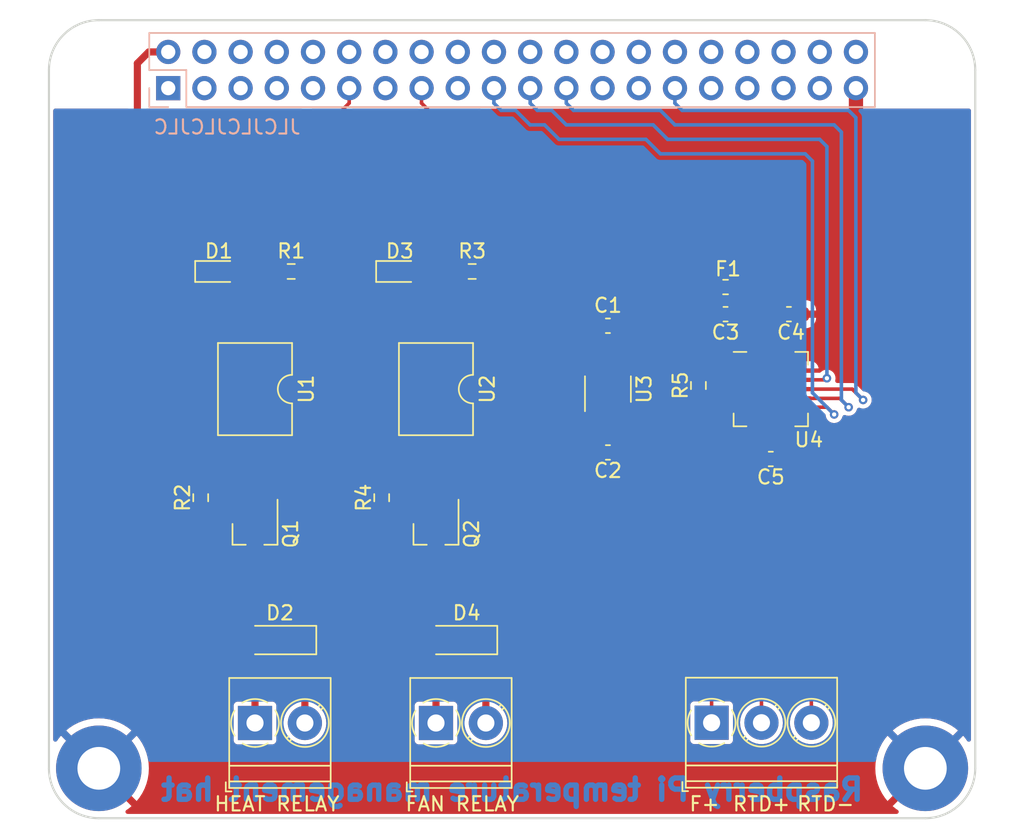
<source format=kicad_pcb>
(kicad_pcb (version 20211014) (generator pcbnew)
  (title_block (title "Raspberry Pi temperature management hat") (rev "V2"))
  (layers (0 "F.Cu" signal) (31 "B.Cu" signal) (34 "B.Paste" user) (35 "F.Paste" user) (36 "B.SilkS" user "B.Silkscreen") (37 "F.SilkS" user "F.Silkscreen") (38 "B.Mask" user) (39 "F.Mask" user) (44 "Edge.Cuts" user))
  (net 0 "")
  (net 1 "GND")
  (net 2 "+5V")
  (net 3 "VDD")
  (net 4 "Net-(C5-Pad1)")
  (net 5 "Net-(C5-Pad2)")
  (net 6 "/SDI")
  (net 7 "Net-(D1-Pad2)")
  (net 8 "/SCLK")
  (net 9 "Net-(D2-Pad2)")
  (net 10 "/CS")
  (net 11 "Net-(D3-Pad2)")
  (net 12 "Net-(D4-Pad2)")
  (net 13 "/SDO")
  (net 14 "Net-(Q1-Pad2)")
  (net 15 "Net-(R4-Pad1)")
  (net 16 "Net-(R5-Pad1)")
  (net 17 "/HET")
  (net 18 "/FAN")
  (net 19 "Net-(Q2-Pad2)")
  (net 20 "Net-(R1-Pad1)")
  (net 21 "Net-(R2-Pad1)")
  (net 22 "Net-(R3-Pad1)")
  (net 55 "Net-(R5-Pad2)")
  (net 59 "Net-(C3-Pad2)")
  (net 60 "Net-(U4-Pad5)")
  (footprint "MountingHole:MountingHole_3mm_Pad" (layer "F.Cu") (at 108 99)
    (fp_text reference "H4")
    (fp_text value "MountingHole_Pad")
    (pad "1" thru_hole circle locked (at 0 0) (size 6 6) (drill 3) (layers *.Cu *.Mask) (net 1 "GND"))
  )
  (footprint "Package_DFN_QFN:TQFN-20-1EP_5x5mm_P0.65mm_EP3.1x3.1mm" (layer "F.Cu") (at 97.155 72.39)
    (fp_text reference "U4" (at 2.667 3.556 180) (layer "F.SilkS"))
    (fp_text value "MAX31865")
    (fp_line (start 1.71 -2.61) (end 2.61 -2.61) (layer "F.SilkS") (width 0.12))
    (fp_line (start 2.61 2.61) (end 2.61 1.71) (layer "F.SilkS") (width 0.12))
    (fp_line (start -1.71 2.61) (end -2.61 2.61) (layer "F.SilkS") (width 0.12))
    (fp_line (start -1.71 -2.61) (end -2.61 -2.61) (layer "F.SilkS") (width 0.12))
    (fp_line (start -2.61 2.61) (end -2.61 1.71) (layer "F.SilkS") (width 0.12))
    (fp_line (start 2.61 -2.61) (end 2.61 -1.71) (layer "F.SilkS") (width 0.12))
    (fp_line (start 1.71 2.61) (end 2.61 2.61) (layer "F.SilkS") (width 0.12))
    (pad "1" smd roundrect (at -2.3625 -1.3) (size 0.975 0.3) (layers "F.Cu" "F.Paste" "F.Mask") (net 16 "Net-(R5-Pad1)"))
    (pad "2" smd roundrect (at -2.3625 -0.65) (size 0.975 0.3) (layers "F.Cu" "F.Paste" "F.Mask") (net 16 "Net-(R5-Pad1)"))
    (pad "3" smd roundrect (at -2.3625 0) (size 0.975 0.3) (layers "F.Cu" "F.Paste" "F.Mask") (net 55 "Net-(R5-Pad2)"))
    (pad "4" smd roundrect (at -2.3625 0.65) (size 0.975 0.3) (layers "F.Cu" "F.Paste" "F.Mask") (net 55 "Net-(R5-Pad2)"))
    (pad "5" smd roundrect (at -2.3625 1.3) (size 0.975 0.3) (layers "F.Cu" "F.Paste" "F.Mask") (net 60 "Net-(U4-Pad5)"))
    (pad "6" smd roundrect (at -1.3 2.3625) (size 0.3 0.975) (layers "F.Cu" "F.Paste" "F.Mask") (net 60 "Net-(U4-Pad5)"))
    (pad "7" smd roundrect (at -0.65 2.3625) (size 0.3 0.975) (layers "F.Cu" "F.Paste" "F.Mask") (net 4 "Net-(C5-Pad1)"))
    (pad "8" smd roundrect (at 0 2.3625) (size 0.3 0.975) (layers "F.Cu" "F.Paste" "F.Mask") (net 5 "Net-(C5-Pad2)"))
    (pad "9" smd roundrect (at 0.65 2.3625) (size 0.3 0.975) (layers "F.Cu" "F.Paste" "F.Mask") (net 5 "Net-(C5-Pad2)"))
    (pad "10" smd roundrect (at 1.3 2.3625) (size 0.3 0.975) (layers "F.Cu" "F.Paste" "F.Mask") (net 1 "GND"))
    (pad "11" smd roundrect (at 2.3625 1.3) (size 0.975 0.3) (layers "F.Cu" "F.Paste" "F.Mask") (net 6 "/SDI"))
    (pad "12" smd roundrect (at 2.3625 0.65) (size 0.975 0.3) (layers "F.Cu" "F.Paste" "F.Mask") (net 8 "/SCLK"))
    (pad "13" smd roundrect (at 2.3625 0) (size 0.975 0.3) (layers "F.Cu" "F.Paste" "F.Mask") (net 10 "/CS"))
    (pad "14" smd roundrect (at 2.3625 -0.65) (size 0.975 0.3) (layers "F.Cu" "F.Paste" "F.Mask") (net 13 "/SDO"))
    (pad "15" smd roundrect (at 2.3625 -1.3) (size 0.975 0.3) (layers "F.Cu" "F.Paste" "F.Mask") (net 1 "GND"))
    (pad "16" smd roundrect (at 1.3 -2.3625) (size 0.3 0.975) (layers "F.Cu" "F.Paste" "F.Mask") (net 1 "GND"))
    (pad "17" smd roundrect (at 0.65 -2.3625) (size 0.3 0.975) (layers "F.Cu" "F.Paste" "F.Mask"))
    (pad "18" smd roundrect (at 0 -2.3625) (size 0.3 0.975) (layers "F.Cu" "F.Paste" "F.Mask"))
    (pad "19" smd roundrect (at -0.65 -2.3625) (size 0.3 0.975) (layers "F.Cu" "F.Paste" "F.Mask") (net 3 "VDD"))
    (pad "20" smd roundrect (at -1.3 -2.3625) (size 0.3 0.975) (layers "F.Cu" "F.Paste" "F.Mask") (net 59 "Net-(C3-Pad2)"))
    (pad "21" smd rect (at 0 0) (size 3.1 3.1) (layers "F.Cu" "F.Mask") (net 1 "GND"))
  )
  (footprint "MountingHole:MountingHole_3mm_Pad" (layer "F.Cu") (at 50 99)
    (fp_text reference "H3")
    (fp_text value "MountingHole_Pad")
    (pad "1" thru_hole circle (at 0 0) (size 6 6) (drill 3) (layers *.Cu *.Mask) (net 1 "GND"))
  )
  (footprint "Resistor_SMD:R_0603_1608Metric_Pad0.98x0.95mm_HandSolder" (layer "F.Cu") (at 69.85 80.01 -90)
    (fp_text reference "R4" (at 0 1.27 90) (layer "F.SilkS"))
    (fp_text value "510")
    (fp_line (start -0.254724 0.5225) (end 0.254724 0.5225) (layer "F.SilkS") (width 0.12))
    (fp_line (start -0.254724 -0.5225) (end 0.254724 -0.5225) (layer "F.SilkS") (width 0.12))
    (pad "1" smd roundrect (at -0.9125 0 270) (size 0.975 0.95) (layers "F.Cu" "F.Paste" "F.Mask") (net 15 "Net-(R4-Pad1)"))
    (pad "2" smd roundrect (at 0.9125 0 270) (size 0.975 0.95) (layers "F.Cu" "F.Paste" "F.Mask") (net 19 "Net-(Q2-Pad2)"))
  )
  (footprint "Resistor_SMD:R_0603_1608Metric_Pad0.98x0.95mm_HandSolder" (layer "F.Cu") (at 76.2 64.135)
    (fp_text reference "R3" (at 0 -1.43) (layer "F.SilkS"))
    (fp_text value "180")
    (fp_line (start -0.254724 -0.5225) (end 0.254724 -0.5225) (layer "F.SilkS") (width 0.12))
    (fp_line (start -0.254724 0.5225) (end 0.254724 0.5225) (layer "F.SilkS") (width 0.12))
    (pad "1" smd roundrect (at -0.9125 0) (size 0.975 0.95) (layers "F.Cu" "F.Paste" "F.Mask") (net 22 "Net-(R3-Pad1)"))
    (pad "2" smd roundrect (at 0.9125 0) (size 0.975 0.95) (layers "F.Cu" "F.Paste" "F.Mask") (net 18 "/FAN"))
  )
  (footprint "Resistor_SMD:R_0603_1608Metric_Pad0.98x0.95mm_HandSolder" (layer "F.Cu") (at 57.15 80.01 -90)
    (fp_text reference "R2" (at 0 1.27 90) (layer "F.SilkS"))
    (fp_text value "510")
    (fp_line (start -0.254724 0.5225) (end 0.254724 0.5225) (layer "F.SilkS") (width 0.12))
    (fp_line (start -0.254724 -0.5225) (end 0.254724 -0.5225) (layer "F.SilkS") (width 0.12))
    (pad "1" smd roundrect (at -0.9125 0 270) (size 0.975 0.95) (layers "F.Cu" "F.Paste" "F.Mask") (net 21 "Net-(R2-Pad1)"))
    (pad "2" smd roundrect (at 0.9125 0 270) (size 0.975 0.95) (layers "F.Cu" "F.Paste" "F.Mask") (net 14 "Net-(Q1-Pad2)"))
  )
  (footprint "TerminalBlock_Phoenix:TerminalBlock_Phoenix_PT-1,5-2-3.5-H_1x02_P3.50mm_Horizontal" (layer "F.Cu") (at 73.66 95.82)
    (fp_text reference "J2")
    (fp_text value "Screw Terminal x2")
    (fp_line (start 4.57 -1.275) (end 4.476 -1.181) (layer "F.SilkS") (width 0.12))
    (fp_line (start 5.31 -3.16) (end 5.31 4.56) (layer "F.SilkS") (width 0.12))
    (fp_line (start 4.775 -1.069) (end 4.646 -0.941) (layer "F.SilkS") (width 0.12))
    (fp_line (start -1.81 -3.16) (end -1.81 4.56) (layer "F.SilkS") (width 0.12))
    (fp_line (start -1.81 4.1) (end 5.31 4.1) (layer "F.SilkS") (width 0.12))
    (fp_line (start -1.81 -3.16) (end 5.31 -3.16) (layer "F.SilkS") (width 0.12))
    (fp_line (start -1.81 3) (end 5.31 3) (layer "F.SilkS") (width 0.12))
    (fp_line (start 2.355 0.941) (end 2.226 1.069) (layer "F.SilkS") (width 0.12))
    (fp_line (start 2.525 1.181) (end 2.431 1.274) (layer "F.SilkS") (width 0.12))
    (fp_line (start -2.05 4.8) (end -1.65 4.8) (layer "F.SilkS") (width 0.12))
    (fp_line (start -1.81 4.56) (end 5.31 4.56) (layer "F.SilkS") (width 0.12))
    (fp_line (start -2.05 4.16) (end -2.05 4.8) (layer "F.SilkS") (width 0.12))
    (fp_arc (start 0.890264 1.424721) (mid 0.463071 1.61492) (end 0 1.68) (layer "F.SilkS") (width 0.12))
    (fp_arc (start -1.425358 0.889894) (mid -1.680286 0.014012) (end -1.44 -0.866) (layer "F.SilkS") (width 0.12))
    (fp_arc (start 0.028674 1.680099) (mid -0.435535 1.622918) (end -0.866 1.44) (layer "F.SilkS") (width 0.12))
    (fp_arc (start 1.425504 -0.890193) (mid 1.680626 0.000476) (end 1.425 0.891) (layer "F.SilkS") (width 0.12))
    (fp_arc (start -0.889894 -1.425358) (mid -0.014012 -1.680286) (end 0.866 -1.44) (layer "F.SilkS") (width 0.12))
    (fp_circle (center 3.5 0) (end 5.18 0) (layer "F.SilkS") (width 0.12) (fill none))
    (pad "1" thru_hole rect (at 0 0) (size 2.4 2.4) (drill 1.2) (layers *.Cu *.Mask) (net 12 "Net-(D4-Pad2)"))
    (pad "2" thru_hole circle (at 3.5 0) (size 2.4 2.4) (drill 1.2) (layers *.Cu *.Mask) (net 2 "+5V"))
  )
  (footprint "Fuse:Fuse_0603_1608Metric_Pad1.05x0.95mm_HandSolder" (layer "F.Cu") (at 93.98 65.2275 180)
    (fp_text reference "F1" (at -0.171267 1.27) (layer "F.SilkS"))
    (fp_text value "Fuse")
    (fp_line (start -0.171267 0.51) (end 0.171267 0.51) (layer "F.SilkS") (width 0.12))
    (fp_line (start -0.171267 -0.51) (end 0.171267 -0.51) (layer "F.SilkS") (width 0.12))
    (pad "1" smd roundrect (at -0.875 0 180) (size 1.05 0.95) (layers "F.Cu" "F.Paste" "F.Mask") (net 59 "Net-(C3-Pad2)"))
    (pad "2" smd roundrect (at 0.875 0 180) (size 1.05 0.95) (layers "F.Cu" "F.Paste" "F.Mask") (net 3 "VDD"))
  )
  (footprint "Resistor_SMD:R_0603_1608Metric_Pad0.98x0.95mm_HandSolder" (layer "F.Cu") (at 63.5 64.135)
    (fp_text reference "R1" (at 0 -1.43) (layer "F.SilkS"))
    (fp_text value "180")
    (fp_line (start -0.254724 0.5225) (end 0.254724 0.5225) (layer "F.SilkS") (width 0.12))
    (fp_line (start -0.254724 -0.5225) (end 0.254724 -0.5225) (layer "F.SilkS") (width 0.12))
    (pad "1" smd roundrect (at -0.9125 0) (size 0.975 0.95) (layers "F.Cu" "F.Paste" "F.Mask") (net 20 "Net-(R1-Pad1)"))
    (pad "2" smd roundrect (at 0.9125 0) (size 0.975 0.95) (layers "F.Cu" "F.Paste" "F.Mask") (net 17 "/HET"))
  )
  (footprint "LED_SMD:LED_0603_1608Metric_Pad1.05x0.95mm_HandSolder" (layer "F.Cu") (at 71.12 64.135)
    (fp_text reference "D3" (at 0 -1.43) (layer "F.SilkS"))
    (fp_text value "LED")
    (fp_line (start -1.66 0.735) (end 0.8 0.735) (layer "F.SilkS") (width 0.12))
    (fp_line (start 0.8 -0.735) (end -1.66 -0.735) (layer "F.SilkS") (width 0.12))
    (fp_line (start -1.66 -0.735) (end -1.66 0.735) (layer "F.SilkS") (width 0.12))
    (pad "1" smd roundrect (at -0.875 0) (size 1.05 0.95) (layers "F.Cu" "F.Paste" "F.Mask") (net 1 "GND"))
    (pad "2" smd roundrect (at 0.875 0) (size 1.05 0.95) (layers "F.Cu" "F.Paste" "F.Mask") (net 11 "Net-(D3-Pad2)"))
  )
  (footprint "Capacitor_SMD:C_0603_1608Metric_Pad1.08x0.95mm_HandSolder" (layer "F.Cu") (at 85.725 76.835)
    (fp_text reference "C2" (at 0 1.27) (layer "F.SilkS"))
    (fp_text value "10uF")
    (fp_line (start -0.146267 0.51) (end 0.146267 0.51) (layer "F.SilkS") (width 0.12))
    (fp_line (start -0.146267 -0.51) (end 0.146267 -0.51) (layer "F.SilkS") (width 0.12))
    (pad "1" smd roundrect (at -0.8625 0) (size 1.075 0.95) (layers "F.Cu" "F.Paste" "F.Mask") (net 1 "GND"))
    (pad "2" smd roundrect (at 0.8625 0) (size 1.075 0.95) (layers "F.Cu" "F.Paste" "F.Mask") (net 2 "+5V"))
  )
  (footprint "Package_DIP:SMDIP-4_W9.53mm" (layer "F.Cu") (at 60.96 72.39 -90)
    (fp_text reference "U1" (at 0 -3.6 90) (layer "F.SilkS"))
    (fp_text value "LTV-817S")
    (fp_line (start -3.235 -2.6) (end -3.235 2.6) (layer "F.SilkS") (width 0.12))
    (fp_line (start 3.235 2.6) (end 3.235 -2.6) (layer "F.SilkS") (width 0.12))
    (fp_line (start -1 -2.6) (end -3.235 -2.6) (layer "F.SilkS") (width 0.12))
    (fp_line (start 3.235 -2.6) (end 1 -2.6) (layer "F.SilkS") (width 0.12))
    (fp_line (start -3.235 2.6) (end 3.235 2.6) (layer "F.SilkS") (width 0.12))
    (fp_arc (start 1 -2.6) (mid 0 -1.6) (end -1 -2.6) (layer "F.SilkS") (width 0.12))
    (pad "1" smd rect (at -4.765 -1.27 270) (size 2 1.78) (layers "F.Cu" "F.Paste" "F.Mask") (net 20 "Net-(R1-Pad1)"))
    (pad "2" smd rect (at -4.765 1.27 270) (size 2 1.78) (layers "F.Cu" "F.Paste" "F.Mask") (net 7 "Net-(D1-Pad2)"))
    (pad "3" smd rect (at 4.765 1.27 270) (size 2 1.78) (layers "F.Cu" "F.Paste" "F.Mask") (net 21 "Net-(R2-Pad1)"))
    (pad "4" smd rect (at 4.765 -1.27 270) (size 2 1.78) (layers "F.Cu" "F.Paste" "F.Mask") (net 2 "+5V"))
  )
  (footprint "Capacitor_SMD:C_0603_1608Metric_Pad1.08x0.95mm_HandSolder" (layer "F.Cu") (at 97.155 77.2925)
    (fp_text reference "C5" (at 0 1.27) (layer "F.SilkS"))
    (fp_text value "0.1uF")
    (fp_line (start -0.146267 0.51) (end 0.146267 0.51) (layer "F.SilkS") (width 0.12))
    (fp_line (start -0.146267 -0.51) (end 0.146267 -0.51) (layer "F.SilkS") (width 0.12))
    (pad "1" smd roundrect (at -0.8625 0) (size 1.075 0.95) (layers "F.Cu" "F.Paste" "F.Mask") (net 4 "Net-(C5-Pad1)"))
    (pad "2" smd roundrect (at 0.8625 0) (size 1.075 0.95) (layers "F.Cu" "F.Paste" "F.Mask") (net 5 "Net-(C5-Pad2)"))
  )
  (footprint "Capacitor_SMD:C_0603_1608Metric_Pad1.08x0.95mm_HandSolder" (layer "F.Cu") (at 85.725 67.945)
    (fp_text reference "C1" (at 0 -1.43) (layer "F.SilkS"))
    (fp_text value "0.1uF")
    (fp_line (start -0.146267 0.51) (end 0.146267 0.51) (layer "F.SilkS") (width 0.12))
    (fp_line (start -0.146267 -0.51) (end 0.146267 -0.51) (layer "F.SilkS") (width 0.12))
    (pad "1" smd roundrect (at -0.8625 0) (size 1.075 0.95) (layers "F.Cu" "F.Paste" "F.Mask") (net 3 "VDD"))
    (pad "2" smd roundrect (at 0.8625 0) (size 1.075 0.95) (layers "F.Cu" "F.Paste" "F.Mask") (net 1 "GND"))
  )
  (footprint "Diode_SMD:D_MiniMELF" (layer "F.Cu") (at 62.71 90 180)
    (fp_text reference "D2" (at 0 1.905 180) (layer "F.SilkS"))
    (fp_text value "LL4148")
    (fp_line (start -2.55 1) (end 1.75 1) (layer "F.SilkS") (width 0.12))
    (fp_line (start 1.75 -1) (end -2.55 -1) (layer "F.SilkS") (width 0.12))
    (fp_line (start -2.55 -1) (end -2.55 1) (layer "F.SilkS") (width 0.12))
    (pad "1" smd rect (at -1.75 0 180) (size 1.3 1.7) (layers "F.Cu" "F.Paste" "F.Mask") (net 2 "+5V"))
    (pad "2" smd rect (at 1.75 0 180) (size 1.3 1.7) (layers "F.Cu" "F.Paste" "F.Mask") (net 9 "Net-(D2-Pad2)"))
  )
  (footprint "TerminalBlock_Phoenix:TerminalBlock_Phoenix_PT-1,5-3-3.5-H_1x03_P3.50mm_Horizontal" (layer "F.Cu") (at 93 95.8)
    (fp_text reference "J3")
    (fp_text value "Screw Terminal x3")
    (fp_line (start 2.525 1.181) (end 2.431 1.274) (layer "F.SilkS") (width 0.12))
    (fp_line (start 8.07 -1.275) (end 7.976 -1.181) (layer "F.SilkS") (width 0.12))
    (fp_line (start 6.025 1.181) (end 5.931 1.274) (layer "F.SilkS") (width 0.12))
    (fp_line (start 8.81 -3.16) (end 8.81 4.56) (layer "F.SilkS") (width 0.12))
    (fp_line (start 4.57 -1.275) (end 4.476 -1.181) (layer "F.SilkS") (width 0.12))
    (fp_line (start -1.81 4.1) (end 8.81 4.1) (layer "F.SilkS") (width 0.12))
    (fp_line (start -2.05 4.16) (end -2.05 4.8) (layer "F.SilkS") (width 0.12))
    (fp_line (start -1.81 4.56) (end 8.81 4.56) (layer "F.SilkS") (width 0.12))
    (fp_line (start -1.81 -3.16) (end -1.81 4.56) (layer "F.SilkS") (width 0.12))
    (fp_line (start -2.05 4.8) (end -1.65 4.8) (layer "F.SilkS") (width 0.12))
    (fp_line (start 8.275 -1.069) (end 8.146 -0.941) (layer "F.SilkS") (width 0.12))
    (fp_line (start -1.81 3) (end 8.81 3) (layer "F.SilkS") (width 0.12))
    (fp_line (start 2.355 0.941) (end 2.226 1.069) (layer "F.SilkS") (width 0.12))
    (fp_line (start 4.775 -1.069) (end 4.646 -0.941) (layer "F.SilkS") (width 0.12))
    (fp_line (start 5.855 0.941) (end 5.726 1.069) (layer "F.SilkS") (width 0.12))
    (fp_line (start -1.81 -3.16) (end 8.81 -3.16) (layer "F.SilkS") (width 0.12))
    (fp_arc (start -0.889894 -1.425358) (mid -0.014012 -1.680286) (end 0.866 -1.44) (layer "F.SilkS") (width 0.12))
    (fp_arc (start 1.425504 -0.890193) (mid 1.680626 0.000476) (end 1.425 0.891) (layer "F.SilkS") (width 0.12))
    (fp_arc (start 0.890264 1.424721) (mid 0.463071 1.61492) (end 0 1.68) (layer "F.SilkS") (width 0.12))
    (fp_arc (start -1.425358 0.889894) (mid -1.680286 0.014012) (end -1.44 -0.866) (layer "F.SilkS") (width 0.12))
    (fp_arc (start 0.028674 1.680099) (mid -0.435535 1.622918) (end -0.866 1.44) (layer "F.SilkS") (width 0.12))
    (fp_circle (center 7 0) (end 8.68 0) (layer "F.SilkS") (width 0.12) (fill none))
    (fp_circle (center 3.5 0) (end 5.18 0) (layer "F.SilkS") (width 0.12) (fill none))
    (pad "1" thru_hole rect (at 0 0) (size 2.4 2.4) (drill 1.2) (layers *.Cu *.Mask) (net 60 "Net-(U4-Pad5)"))
    (pad "2" thru_hole circle (at 3.5 0) (size 2.4 2.4) (drill 1.2) (layers *.Cu *.Mask) (net 4 "Net-(C5-Pad1)"))
    (pad "3" thru_hole circle (at 7 0) (size 2.4 2.4) (drill 1.2) (layers *.Cu *.Mask) (net 5 "Net-(C5-Pad2)"))
  )
  (footprint "MountingHole:MountingHole_3mm" (layer "F.Cu") (at 50 50)
    (fp_text reference "H1")
    (fp_text value "MountingHole")
    (pad "" np_thru_hole circle locked (at 0 0) (size 3 3) (drill 3) (layers *.Cu *.Mask))
  )
  (footprint "Package_TO_SOT_SMD:SOT-23_Handsoldering" (layer "F.Cu") (at 73.66 82.55 -90)
    (fp_text reference "Q2" (at 0 -2.5 90) (layer "F.SilkS"))
    (fp_text value "S8050")
    (fp_line (start 0.76 1.58) (end -0.7 1.58) (layer "F.SilkS") (width 0.12))
    (fp_line (start 0.76 1.58) (end 0.76 0.65) (layer "F.SilkS") (width 0.12))
    (fp_line (start 0.76 -1.58) (end -2.4 -1.58) (layer "F.SilkS") (width 0.12))
    (fp_line (start 0.76 -1.58) (end 0.76 -0.65) (layer "F.SilkS") (width 0.12))
    (pad "1" smd rect (at -1.5 -0.95 270) (size 1.9 0.8) (layers "F.Cu" "F.Paste" "F.Mask") (net 1 "GND"))
    (pad "2" smd rect (at -1.5 0.95 270) (size 1.9 0.8) (layers "F.Cu" "F.Paste" "F.Mask") (net 19 "Net-(Q2-Pad2)"))
    (pad "3" smd rect (at 1.5 0 270) (size 1.9 0.8) (layers "F.Cu" "F.Paste" "F.Mask") (net 12 "Net-(D4-Pad2)"))
  )
  (footprint "TerminalBlock_Phoenix:TerminalBlock_Phoenix_PT-1,5-2-3.5-H_1x02_P3.50mm_Horizontal" (layer "F.Cu") (at 60.96 95.82)
    (fp_text reference "J1")
    (fp_text value "Screw Terminal x2")
    (fp_line (start -1.81 4.1) (end 5.31 4.1) (layer "F.SilkS") (width 0.12))
    (fp_line (start -1.81 -3.16) (end 5.31 -3.16) (layer "F.SilkS") (width 0.12))
    (fp_line (start 2.355 0.941) (end 2.226 1.069) (layer "F.SilkS") (width 0.12))
    (fp_line (start 5.31 -3.16) (end 5.31 4.56) (layer "F.SilkS") (width 0.12))
    (fp_line (start -1.81 4.56) (end 5.31 4.56) (layer "F.SilkS") (width 0.12))
    (fp_line (start -2.05 4.8) (end -1.65 4.8) (layer "F.SilkS") (width 0.12))
    (fp_line (start 4.775 -1.069) (end 4.646 -0.941) (layer "F.SilkS") (width 0.12))
    (fp_line (start 2.525 1.181) (end 2.431 1.274) (layer "F.SilkS") (width 0.12))
    (fp_line (start 4.57 -1.275) (end 4.476 -1.181) (layer "F.SilkS") (width 0.12))
    (fp_line (start -2.05 4.16) (end -2.05 4.8) (layer "F.SilkS") (width 0.12))
    (fp_line (start -1.81 3) (end 5.31 3) (layer "F.SilkS") (width 0.12))
    (fp_line (start -1.81 -3.16) (end -1.81 4.56) (layer "F.SilkS") (width 0.12))
    (fp_arc (start 1.425504 -0.890193) (mid 1.680626 0.000476) (end 1.425 0.891) (layer "F.SilkS") (width 0.12))
    (fp_arc (start -1.425358 0.889894) (mid -1.680286 0.014012) (end -1.44 -0.866) (layer "F.SilkS") (width 0.12))
    (fp_arc (start 0.890264 1.424721) (mid 0.463071 1.61492) (end 0 1.68) (layer "F.SilkS") (width 0.12))
    (fp_arc (start -0.889894 -1.425358) (mid -0.014012 -1.680286) (end 0.866 -1.44) (layer "F.SilkS") (width 0.12))
    (fp_arc (start 0.028674 1.680099) (mid -0.435535 1.622918) (end -0.866 1.44) (layer "F.SilkS") (width 0.12))
    (fp_circle (center 3.5 0) (end 5.18 0) (layer "F.SilkS") (width 0.12) (fill none))
    (pad "1" thru_hole rect (at 0 0) (size 2.4 2.4) (drill 1.2) (layers *.Cu *.Mask) (net 9 "Net-(D2-Pad2)"))
    (pad "2" thru_hole circle (at 3.5 0) (size 2.4 2.4) (drill 1.2) (layers *.Cu *.Mask) (net 2 "+5V"))
  )
  (footprint "Capacitor_SMD:C_0603_1608Metric_Pad1.08x0.95mm_HandSolder" (layer "F.Cu") (at 98.425 67.1325)
    (fp_text reference "C4" (at 0.146267 1.27) (layer "F.SilkS"))
    (fp_text value "10uF")
    (fp_line (start -0.146267 0.51) (end 0.146267 0.51) (layer "F.SilkS") (width 0.12))
    (fp_line (start -0.146267 -0.51) (end 0.146267 -0.51) (layer "F.SilkS") (width 0.12))
    (pad "1" smd roundrect (at -0.8625 0) (size 1.075 0.95) (layers "F.Cu" "F.Paste" "F.Mask") (net 3 "VDD"))
    (pad "2" smd roundrect (at 0.8625 0) (size 1.075 0.95) (layers "F.Cu" "F.Paste" "F.Mask") (net 1 "GND"))
  )
  (footprint "Diode_SMD:D_MiniMELF" (layer "F.Cu") (at 75.41 90 180)
    (fp_text reference "D4" (at -0.4 1.905 180) (layer "F.SilkS"))
    (fp_text value "LL4148")
    (fp_line (start 1.75 -1) (end -2.55 -1) (layer "F.SilkS") (width 0.12))
    (fp_line (start -2.55 1) (end 1.75 1) (layer "F.SilkS") (width 0.12))
    (fp_line (start -2.55 -1) (end -2.55 1) (layer "F.SilkS") (width 0.12))
    (pad "1" smd rect (at -1.75 0 180) (size 1.3 1.7) (layers "F.Cu" "F.Paste" "F.Mask") (net 2 "+5V"))
    (pad "2" smd rect (at 1.75 0 180) (size 1.3 1.7) (layers "F.Cu" "F.Paste" "F.Mask") (net 12 "Net-(D4-Pad2)"))
  )
  (footprint "Capacitor_SMD:C_0603_1608Metric_Pad1.08x0.95mm_HandSolder" (layer "F.Cu") (at 93.98 67.1325)
    (fp_text reference "C3" (at 0 1.27) (layer "F.SilkS"))
    (fp_text value "0.1uF")
    (fp_line (start -0.146267 -0.51) (end 0.146267 -0.51) (layer "F.SilkS") (width 0.12))
    (fp_line (start -0.146267 0.51) (end 0.146267 0.51) (layer "F.SilkS") (width 0.12))
    (pad "1" smd roundrect (at -0.8625 0) (size 1.075 0.95) (layers "F.Cu" "F.Paste" "F.Mask") (net 1 "GND"))
    (pad "2" smd roundrect (at 0.8625 0) (size 1.075 0.95) (layers "F.Cu" "F.Paste" "F.Mask") (net 59 "Net-(C3-Pad2)"))
  )
  (footprint "LED_SMD:LED_0603_1608Metric_Pad1.05x0.95mm_HandSolder" (layer "F.Cu") (at 58.42 64.135)
    (fp_text reference "D1" (at 0 -1.43) (layer "F.SilkS"))
    (fp_text value "LED")
    (fp_line (start -1.66 -0.735) (end -1.66 0.735) (layer "F.SilkS") (width 0.12))
    (fp_line (start 0.8 -0.735) (end -1.66 -0.735) (layer "F.SilkS") (width 0.12))
    (fp_line (start -1.66 0.735) (end 0.8 0.735) (layer "F.SilkS") (width 0.12))
    (pad "1" smd roundrect (at -0.875 0) (size 1.05 0.95) (layers "F.Cu" "F.Paste" "F.Mask") (net 1 "GND"))
    (pad "2" smd roundrect (at 0.875 0) (size 1.05 0.95) (layers "F.Cu" "F.Paste" "F.Mask") (net 7 "Net-(D1-Pad2)"))
  )
  (footprint "Package_TO_SOT_SMD:SOT-23-5_HandSoldering" (layer "F.Cu") (at 85.725 72.39 90)
    (fp_text reference "U3" (at 0 2.54 90) (layer "F.SilkS"))
    (fp_text value "MIC5245-3.3")
    (fp_line (start -0.9 1.61) (end 0.9 1.61) (layer "F.SilkS") (width 0.12))
    (fp_line (start 0.9 -1.61) (end -1.55 -1.61) (layer "F.SilkS") (width 0.12))
    (pad "1" smd rect (at -1.35 -0.95 90) (size 1.56 0.65) (layers "F.Cu" "F.Paste" "F.Mask") (net 2 "+5V"))
    (pad "2" smd rect (at -1.35 0 90) (size 1.56 0.65) (layers "F.Cu" "F.Paste" "F.Mask") (net 1 "GND"))
    (pad "3" smd rect (at -1.35 0.95 90) (size 1.56 0.65) (layers "F.Cu" "F.Paste" "F.Mask") (net 2 "+5V"))
    (pad "4" smd rect (at 1.35 0.95 90) (size 1.56 0.65) (layers "F.Cu" "F.Paste" "F.Mask"))
    (pad "5" smd rect (at 1.35 -0.95 90) (size 1.56 0.65) (layers "F.Cu" "F.Paste" "F.Mask") (net 3 "VDD"))
  )
  (footprint "Package_DIP:SMDIP-4_W9.53mm" (layer "F.Cu") (at 73.66 72.39 -90)
    (fp_text reference "U2" (at 0 -3.6 90) (layer "F.SilkS"))
    (fp_text value "LTV-817S")
    (fp_line (start 3.235 2.6) (end 3.235 -2.6) (layer "F.SilkS") (width 0.12))
    (fp_line (start -3.235 2.6) (end 3.235 2.6) (layer "F.SilkS") (width 0.12))
    (fp_line (start -3.235 -2.6) (end -3.235 2.6) (layer "F.SilkS") (width 0.12))
    (fp_line (start 3.235 -2.6) (end 1 -2.6) (layer "F.SilkS") (width 0.12))
    (fp_line (start -1 -2.6) (end -3.235 -2.6) (layer "F.SilkS") (width 0.12))
    (fp_arc (start 1 -2.6) (mid 0 -1.6) (end -1 -2.6) (layer "F.SilkS") (width 0.12))
    (pad "1" smd rect (at -4.765 -1.27 270) (size 2 1.78) (layers "F.Cu" "F.Paste" "F.Mask") (net 22 "Net-(R3-Pad1)"))
    (pad "2" smd rect (at -4.765 1.27 270) (size 2 1.78) (layers "F.Cu" "F.Paste" "F.Mask") (net 11 "Net-(D3-Pad2)"))
    (pad "3" smd rect (at 4.765 1.27 270) (size 2 1.78) (layers "F.Cu" "F.Paste" "F.Mask") (net 15 "Net-(R4-Pad1)"))
    (pad "4" smd rect (at 4.765 -1.27 270) (size 2 1.78) (layers "F.Cu" "F.Paste" "F.Mask") (net 2 "+5V"))
  )
  (footprint "Package_TO_SOT_SMD:SOT-23_Handsoldering" (layer "F.Cu") (at 60.96 82.55 -90)
    (fp_text reference "Q1" (at 0 -2.5 90) (layer "F.SilkS"))
    (fp_text value "S8050")
    (fp_line (start 0.76 1.58) (end -0.7 1.58) (layer "F.SilkS") (width 0.12))
    (fp_line (start 0.76 1.58) (end 0.76 0.65) (layer "F.SilkS") (width 0.12))
    (fp_line (start 0.76 -1.58) (end -2.4 -1.58) (layer "F.SilkS") (width 0.12))
    (fp_line (start 0.76 -1.58) (end 0.76 -0.65) (layer "F.SilkS") (width 0.12))
    (pad "1" smd rect (at -1.5 -0.95 270) (size 1.9 0.8) (layers "F.Cu" "F.Paste" "F.Mask") (net 1 "GND"))
    (pad "2" smd rect (at -1.5 0.95 270) (size 1.9 0.8) (layers "F.Cu" "F.Paste" "F.Mask") (net 14 "Net-(Q1-Pad2)"))
    (pad "3" smd rect (at 1.5 0 270) (size 1.9 0.8) (layers "F.Cu" "F.Paste" "F.Mask") (net 9 "Net-(D2-Pad2)"))
  )
  (footprint "MountingHole:MountingHole_3mm" (layer "F.Cu") (at 108 50)
    (fp_text reference "H2")
    (fp_text value "MountingHole")
    (pad "" np_thru_hole circle locked (at 0 0) (size 3 3) (drill 3) (layers *.Cu *.Mask))
  )
  (footprint "Resistor_SMD:R_0603_1608Metric_Pad0.98x0.95mm_HandSolder" (layer "F.Cu") (at 92.075 72.136 -90)
    (fp_text reference "R5" (at 0 1.27 90) (layer "F.SilkS"))
    (fp_text value "430, 0.1%")
    (fp_line (start -0.254724 -0.5225) (end 0.254724 -0.5225) (layer "F.SilkS") (width 0.12))
    (fp_line (start -0.254724 0.5225) (end 0.254724 0.5225) (layer "F.SilkS") (width 0.12))
    (pad "1" smd roundrect (at -0.9125 0 270) (size 0.975 0.95) (layers "F.Cu" "F.Paste" "F.Mask") (net 16 "Net-(R5-Pad1)"))
    (pad "2" smd roundrect (at 0.9125 0 270) (size 0.975 0.95) (layers "F.Cu" "F.Paste" "F.Mask") (net 55 "Net-(R5-Pad2)"))
  )
  (footprint "Connector_PinSocket_2.54mm:PinSocket_2x20_P2.54mm_Vertical" (layer "B.Cu") (at 54.87 51.27 -90)
    (fp_text reference "J4")
    (fp_text value "OX40HAT")
    (fp_line (start -3.87 1.33) (end -1.27 1.33) (layer "B.SilkS") (width 0.12))
    (fp_line (start -1.27 -1.27) (end 1.33 -1.27) (layer "B.SilkS") (width 0.12))
    (fp_line (start 1.33 -1.27) (end 1.33 -49.59) (layer "B.SilkS") (width 0.12))
    (fp_line (start 0 1.33) (end 1.33 1.33) (layer "B.SilkS") (width 0.12))
    (fp_line (start -3.87 -49.59) (end 1.33 -49.59) (layer "B.SilkS") (width 0.12))
    (fp_line (start -3.87 1.33) (end -3.87 -49.59) (layer "B.SilkS") (width 0.12))
    (fp_line (start -1.27 1.33) (end -1.27 -1.27) (layer "B.SilkS") (width 0.12))
    (fp_line (start 1.33 1.33) (end 1.33 0) (layer "B.SilkS") (width 0.12))
    (pad "1" thru_hole rect locked (at 0 0 270) (size 1.7 1.7) (drill 1) (layers *.Cu *.Mask))
    (pad "2" thru_hole oval locked (at -2.54 0 270) (size 1.7 1.7) (drill 1) (layers *.Cu *.Mask) (net 2 "+5V"))
    (pad "3" thru_hole oval locked (at 0 -2.54 270) (size 1.7 1.7) (drill 1) (layers *.Cu *.Mask))
    (pad "4" thru_hole oval locked (at -2.54 -2.54 270) (size 1.7 1.7) (drill 1) (layers *.Cu *.Mask))
    (pad "5" thru_hole oval locked (at 0 -5.08 270) (size 1.7 1.7) (drill 1) (layers *.Cu *.Mask))
    (pad "6" thru_hole oval locked (at -2.54 -5.08 270) (size 1.7 1.7) (drill 1) (layers *.Cu *.Mask))
    (pad "7" thru_hole oval locked (at 0 -7.62 270) (size 1.7 1.7) (drill 1) (layers *.Cu *.Mask))
    (pad "8" thru_hole oval locked (at -2.54 -7.62 270) (size 1.7 1.7) (drill 1) (layers *.Cu *.Mask))
    (pad "9" thru_hole oval locked (at 0 -10.16 270) (size 1.7 1.7) (drill 1) (layers *.Cu *.Mask))
    (pad "10" thru_hole oval locked (at -2.54 -10.16 270) (size 1.7 1.7) (drill 1) (layers *.Cu *.Mask))
    (pad "11" thru_hole oval locked (at 0 -12.7 270) (size 1.7 1.7) (drill 1) (layers *.Cu *.Mask) (net 17 "/HET"))
    (pad "12" thru_hole oval locked (at -2.54 -12.7 270) (size 1.7 1.7) (drill 1) (layers *.Cu *.Mask))
    (pad "13" thru_hole oval locked (at 0 -15.24 270) (size 1.7 1.7) (drill 1) (layers *.Cu *.Mask))
    (pad "14" thru_hole oval locked (at -2.54 -15.24 270) (size 1.7 1.7) (drill 1) (layers *.Cu *.Mask))
    (pad "15" thru_hole oval locked (at 0 -17.78 270) (size 1.7 1.7) (drill 1) (layers *.Cu *.Mask) (net 18 "/FAN"))
    (pad "16" thru_hole oval locked (at -2.54 -17.78 270) (size 1.7 1.7) (drill 1) (layers *.Cu *.Mask))
    (pad "17" thru_hole oval locked (at 0 -20.32 270) (size 1.7 1.7) (drill 1) (layers *.Cu *.Mask))
    (pad "18" thru_hole oval locked (at -2.54 -20.32 270) (size 1.7 1.7) (drill 1) (layers *.Cu *.Mask))
    (pad "19" thru_hole oval locked (at 0 -22.86 270) (size 1.7 1.7) (drill 1) (layers *.Cu *.Mask) (net 6 "/SDI"))
    (pad "20" thru_hole oval locked (at -2.54 -22.86 270) (size 1.7 1.7) (drill 1) (layers *.Cu *.Mask))
    (pad "21" thru_hole oval locked (at 0 -25.4 270) (size 1.7 1.7) (drill 1) (layers *.Cu *.Mask) (net 13 "/SDO"))
    (pad "22" thru_hole oval locked (at -2.54 -25.4 270) (size 1.7 1.7) (drill 1) (layers *.Cu *.Mask))
    (pad "23" thru_hole oval locked (at 0 -27.94 270) (size 1.7 1.7) (drill 1) (layers *.Cu *.Mask) (net 8 "/SCLK"))
    (pad "24" thru_hole oval locked (at -2.54 -27.94 270) (size 1.7 1.7) (drill 1) (layers *.Cu *.Mask))
    (pad "25" thru_hole oval locked (at 0 -30.48 270) (size 1.7 1.7) (drill 1) (layers *.Cu *.Mask))
    (pad "26" thru_hole oval locked (at -2.54 -30.48 270) (size 1.7 1.7) (drill 1) (layers *.Cu *.Mask))
    (pad "27" thru_hole oval locked (at 0 -33.02 270) (size 1.7 1.7) (drill 1) (layers *.Cu *.Mask))
    (pad "28" thru_hole oval locked (at -2.54 -33.02 270) (size 1.7 1.7) (drill 1) (layers *.Cu *.Mask))
    (pad "29" thru_hole oval locked (at 0 -35.56 270) (size 1.7 1.7) (drill 1) (layers *.Cu *.Mask) (net 10 "/CS"))
    (pad "30" thru_hole oval locked (at -2.54 -35.56 270) (size 1.7 1.7) (drill 1) (layers *.Cu *.Mask))
    (pad "31" thru_hole oval locked (at 0 -38.1 270) (size 1.7 1.7) (drill 1) (layers *.Cu *.Mask))
    (pad "32" thru_hole oval locked (at -2.54 -38.1 270) (size 1.7 1.7) (drill 1) (layers *.Cu *.Mask))
    (pad "33" thru_hole oval locked (at 0 -40.64 270) (size 1.7 1.7) (drill 1) (layers *.Cu *.Mask))
    (pad "34" thru_hole oval locked (at -2.54 -40.64 270) (size 1.7 1.7) (drill 1) (layers *.Cu *.Mask))
    (pad "35" thru_hole oval locked (at 0 -43.18 270) (size 1.7 1.7) (drill 1) (layers *.Cu *.Mask))
    (pad "36" thru_hole oval locked (at -2.54 -43.18 270) (size 1.7 1.7) (drill 1) (layers *.Cu *.Mask))
    (pad "37" thru_hole oval locked (at 0 -45.72 270) (size 1.7 1.7) (drill 1) (layers *.Cu *.Mask))
    (pad "38" thru_hole oval locked (at -2.54 -45.72 270) (size 1.7 1.7) (drill 1) (layers *.Cu *.Mask))
    (pad "39" thru_hole oval locked (at 0 -48.26 270) (size 1.7 1.7) (drill 1) (layers *.Cu *.Mask) (net 1 "GND"))
    (pad "40" thru_hole oval locked (at -2.54 -48.26 270) (size 1.7 1.7) (drill 1) (layers *.Cu *.Mask))
  )
  (gr_arc (start 108 46.5) (mid 110.474874 47.525126) (end 111.5 50) (layer "Edge.Cuts") (width 0.15))
  (gr_line (start 50 46.5) (end 108 46.5) (layer "Edge.Cuts") (width 0.15))
  (gr_line (start 50 102.5) (end 108 102.5) (layer "Edge.Cuts") (width 0.15))
  (gr_line (start 111.5 50) (end 111.5 99) (layer "Edge.Cuts") (width 0.15))
  (gr_arc (start 111.5 99) (mid 110.474874 101.474874) (end 108 102.5) (layer "Edge.Cuts") (width 0.15))
  (gr_arc (start 50 102.5) (mid 47.525126 101.474874) (end 46.5 99) (layer "Edge.Cuts") (width 0.15))
  (gr_arc (start 46.5 50) (mid 47.525126 47.525126) (end 50 46.5) (layer "Edge.Cuts") (width 0.15))
  (gr_line (start 46.5 50) (end 46.5 99) (layer "Edge.Cuts") (width 0.15))
  (gr_text "Raspberry Pi temperature management hat" (at 79 100.5) (layer "B.Cu") (effects (font (size 1.5 1.5) (thickness 0.375)) (justify mirror)))
  (gr_text "JLCJLCJLCJLC" (at 59 54) (layer "B.SilkS") (effects (font (size 1 1)) (justify mirror)))
  (gr_text "RTD-" (at 101 101.5) (layer "F.SilkS") (effects (font (size 1 1))))
  (gr_text "RTD+" (at 96.5 101.5) (layer "F.SilkS") (effects (font (size 1 1))))
  (gr_text "F+" (at 92.5 101.5) (layer "F.SilkS") (effects (font (size 1 1))))
  (gr_text "FAN RELAY" (at 75.5 101.5) (layer "F.SilkS") (effects (font (size 1 1))))
  (gr_text "HEAT RELAY" (at 62.5 101.5) (layer "F.SilkS") (effects (font (size 1 1))))
  (segment (start 98.455 70.0275) (end 98.455 71.09) (width 0.25) (layer "F.Cu") (net 1))
  (segment (start 99.2875 67.1325) (end 99.5175 67.3625) (width 0.25) (layer "F.Cu") (net 1))
  (segment (start 98.455 71.09) (end 97.155 72.39) (width 0.25) (layer "F.Cu") (net 1))
  (segment (start 103.13 51.27) (end 103.13 52.826) (width 1) (layer "F.Cu") (net 1))
  (segment (start 98.455 70.0275) (end 98.455 69.185) (width 0.25) (layer "F.Cu") (net 1))
  (segment (start 99.2875 68.3525) (end 99.2875 67.1325) (width 0.25) (layer "F.Cu") (net 1))
  (segment (start 98.455 69.185) (end 99.2875 68.3525) (width 0.25) (layer "F.Cu") (net 1))
  (segment (start 98.455 73.69) (end 97.155 72.39) (width 0.25) (layer "F.Cu") (net 1))
  (segment (start 98.455 74.7525) (end 98.455 73.69) (width 0.25) (layer "F.Cu") (net 1))
  (segment (start 99.5175 71.09) (end 98.455 71.09) (width 0.25) (layer "F.Cu") (net 1))
  (segment (start 86.675 76.7475) (end 86.5875 76.835) (width 0.25) (layer "F.Cu") (net 2))
  (segment (start 74.993354 75.501646) (end 74.93 75.565) (width 0.25) (layer "F.Cu") (net 2))
  (segment (start 84.775 73.74) (end 84.775 75.501646) (width 0.25) (layer "F.Cu") (net 2))
  (segment (start 84.775 75.501646) (end 86.652091 75.501646) (width 0.25) (layer "F.Cu") (net 2))
  (segment (start 62.23 72.39) (end 62.23 77.155) (width 0.5) (layer "F.Cu") (net 2))
  (segment (start 53.505 48.73) (end 52.705 49.53) (width 0.5) (layer "F.Cu") (net 2))
  (segment (start 86.675 73.74) (end 86.675 75.524555) (width 0.25) (layer "F.Cu") (net 2))
  (segment (start 74.93 72.39) (end 74.93 75.565) (width 0.5) (layer "F.Cu") (net 2))
  (segment (start 62.23 72.39) (end 74.93 72.39) (width 0.5) (layer "F.Cu") (net 2))
  (segment (start 64.46 79.385) (end 62.23 77.155) (width 0.5) (layer "F.Cu") (net 2))
  (segment (start 77.16 79.385) (end 74.93 77.155) (width 0.5) (layer "F.Cu") (net 2))
  (segment (start 86.652091 75.501646) (end 86.675 75.524555) (width 0.25) (layer "F.Cu") (net 2))
  (segment (start 77.16 90) (end 77.16 79.385) (width 0.5) (layer "F.Cu") (net 2))
  (segment (start 52.705 71.755) (end 53.34 72.39) (width 0.5) (layer "F.Cu") (net 2))
  (segment (start 54.87 48.73) (end 53.505 48.73) (width 0.5) (layer "F.Cu") (net 2))
  (segment (start 52.705 49.53) (end 52.705 71.755) (width 0.5) (layer "F.Cu") (net 2))
  (segment (start 74.93 75.565) (end 74.93 77.155) (width 0.5) (layer "F.Cu") (net 2))
  (segment (start 86.675 75.524555) (end 86.675 76.7475) (width 0.25) (layer "F.Cu") (net 2))
  (segment (start 53.34 72.39) (end 62.23 72.39) (width 0.5) (layer "F.Cu") (net 2))
  (segment (start 77.16 95.82) (end 77.16 90) (width 0.5) (layer "F.Cu") (net 2))
  (segment (start 64.46 95.82) (end 64.46 90) (width 0.5) (layer "F.Cu") (net 2))
  (segment (start 64.46 90) (end 64.46 79.385) (width 0.5) (layer "F.Cu") (net 2))
  (segment (start 84.775 75.501646) (end 74.993354 75.501646) (width 0.25) (layer "F.Cu") (net 2))
  (segment (start 97.5625 64.5425) (end 97.5625 67.1325) (width 0.25) (layer "F.Cu") (net 3))
  (segment (start 84.775 71.04) (end 84.775 68.0325) (width 0.25) (layer "F.Cu") (net 3))
  (segment (start 97.155 64.135) (end 97.5625 64.5425) (width 0.25) (layer "F.Cu") (net 3))
  (segment (start 85.09 64.135) (end 93.121141 64.135) (width 0.25) (layer "F.Cu") (net 3))
  (segment (start 93.105 65.2275) (end 93.105 64.151141) (width 0.25) (layer "F.Cu") (net 3))
  (segment (start 96.505 68.19) (end 96.505 70.0275) (width 0.25) (layer "F.Cu") (net 3))
  (segment (start 84.775 68.0325) (end 84.8625 67.945) (width 0.25) (layer "F.Cu") (net 3))
  (segment (start 93.105 64.151141) (end 93.121141 64.135) (width 0.25) (layer "F.Cu") (net 3))
  (segment (start 84.8625 64.3625) (end 85.09 64.135) (width 0.25) (layer "F.Cu") (net 3))
  (segment (start 93.121141 64.135) (end 97.155 64.135) (width 0.25) (layer "F.Cu") (net 3))
  (segment (start 97.5625 67.1325) (end 96.505 68.19) (width 0.25) (layer "F.Cu") (net 3))
  (segment (start 84.8625 67.945) (end 84.8625 64.3625) (width 0.25) (layer "F.Cu") (net 3))
  (segment (start 96.5 77.5) (end 96.5 95.8) (width 0.25) (layer "F.Cu") (net 4))
  (segment (start 96.2925 77.2925) (end 96.5 77.5) (width 0.25) (layer "F.Cu") (net 4))
  (segment (start 96.505 77.08) (end 96.2925 77.2925) (width 0.25) (layer "F.Cu") (net 4))
  (segment (start 96.505 74.7525) (end 96.505 77.08) (width 0.25) (layer "F.Cu") (net 4))
  (segment (start 97.805 77.08) (end 98.0175 77.2925) (width 0.25) (layer "F.Cu") (net 5))
  (segment (start 97.9675 77.2925) (end 97.79 77.47) (width 0.25) (layer "F.Cu") (net 5))
  (segment (start 97.155 79.375) (end 97.155 89.535) (width 0.25) (layer "F.Cu") (net 5))
  (segment (start 97.155 89.535) (end 100 92.38) (width 0.25) (layer "F.Cu") (net 5))
  (segment (start 97.805 74.7525) (end 97.805 77.08) (width 0.25) (layer "F.Cu") (net 5))
  (segment (start 97.79 77.47) (end 97.79 78.74) (width 0.25) (layer "F.Cu") (net 5))
  (segment (start 100 92.38) (end 100 95.8) (width 0.25) (layer "F.Cu") (net 5))
  (segment (start 97.79 78.74) (end 97.155 79.375) (width 0.25) (layer "F.Cu") (net 5))
  (segment (start 98.0175 77.2925) (end 97.9675 77.2925) (width 0.25) (layer "F.Cu") (net 5))
  (segment (start 97.155 74.7525) (end 97.805 74.7525) (width 0.25) (layer "F.Cu") (net 5))
  (segment (start 99.5475 73.66) (end 101.092 73.66) (width 0.25) (layer "F.Cu") (net 6))
  (segment (start 101.092 73.66) (end 101.6 74.168) (width 0.25) (layer "F.Cu") (net 6))
  (segment (start 99.5175 73.69) (end 99.5475 73.66) (width 0.25) (layer "F.Cu") (net 6))
  (via (at 101.6 74.168) (size 0.6) (drill 0.3) (layers "F.Cu" "B.Cu") (net 6))
  (segment (start 81.28 53.848) (end 80.264 53.848) (width 0.25) (layer "B.Cu") (net 6))
  (segment (start 89.408 55.88) (end 88.392 54.864) (width 0.25) (layer "B.Cu") (net 6))
  (segment (start 100.076 56.388) (end 99.568 55.88) (width 0.25) (layer "B.Cu") (net 6))
  (segment (start 78.232 52.832) (end 77.724 52.324) (width 0.25) (layer "B.Cu") (net 6))
  (segment (start 79.248 52.832) (end 78.232 52.832) (width 0.25) (layer "B.Cu") (net 6))
  (segment (start 77.724 52.324) (end 77.724 51.276) (width 0.25) (layer "B.Cu") (net 6))
  (segment (start 88.392 54.864) (end 82.296 54.864) (width 0.25) (layer "B.Cu") (net 6))
  (segment (start 101.6 74.168) (end 100.076 72.644) (width 0.25) (layer "B.Cu") (net 6))
  (segment (start 77.724 51.276) (end 77.73 51.27) (width 0.25) (layer "B.Cu") (net 6))
  (segment (start 80.264 53.848) (end 79.248 52.832) (width 0.25) (layer "B.Cu") (net 6))
  (segment (start 99.568 55.88) (end 89.408 55.88) (width 0.25) (layer "B.Cu") (net 6))
  (segment (start 100.076 72.644) (end 100.076 56.388) (width 0.25) (layer "B.Cu") (net 6))
  (segment (start 82.296 54.864) (end 81.28 53.848) (width 0.25) (layer "B.Cu") (net 6))
  (segment (start 59.295 64.135) (end 59.69 64.53) (width 0.25) (layer "F.Cu") (net 7))
  (segment (start 59.69 64.53) (end 59.69 67.625) (width 0.25) (layer "F.Cu") (net 7))
  (segment (start 99.5175 73.04) (end 101.996 73.04) (width 0.25) (layer "F.Cu") (net 8))
  (segment (start 101.996 73.04) (end 102.616 73.66) (width 0.25) (layer "F.Cu") (net 8))
  (via (at 102.616 73.66) (size 0.6) (drill 0.3) (layers "F.Cu" "B.Cu") (net 8))
  (segment (start 101.6 53.848) (end 90.424 53.848) (width 0.25) (layer "B.Cu") (net 8))
  (segment (start 102.108 73.152) (end 102.108 54.356) (width 0.25) (layer "B.Cu") (net 8))
  (segment (start 102.108 54.356) (end 101.6 53.848) (width 0.25) (layer "B.Cu") (net 8))
  (segment (start 90.424 53.848) (end 89.408 52.832) (width 0.25) (layer "B.Cu") (net 8))
  (segment (start 82.804 51.276) (end 82.81 51.27) (width 0.25) (layer "B.Cu") (net 8))
  (segment (start 83.312 52.832) (end 82.804 52.324) (width 0.25) (layer "B.Cu") (net 8))
  (segment (start 102.616 73.66) (end 102.108 73.152) (width 0.25) (layer "B.Cu") (net 8))
  (segment (start 89.408 52.832) (end 83.312 52.832) (width 0.25) (layer "B.Cu") (net 8))
  (segment (start 82.804 52.324) (end 82.804 51.276) (width 0.25) (layer "B.Cu") (net 8))
  (segment (start 60.96 84.05) (end 60.96 90) (width 0.5) (layer "F.Cu") (net 9))
  (segment (start 60.96 95.82) (end 60.96 90) (width 0.5) (layer "F.Cu") (net 9))
  (segment (start 99.5175 72.39) (end 102.87 72.39) (width 0.25) (layer "F.Cu") (net 10))
  (segment (start 102.87 72.39) (end 103.632 73.152) (width 0.25) (layer "F.Cu") (net 10))
  (via (at 103.632 73.152) (size 0.6) (drill 0.3) (layers "F.Cu" "B.Cu") (net 10))
  (segment (start 103.124 53.34) (end 102.616 52.832) (width 0.25) (layer "B.Cu") (net 10))
  (segment (start 90.932 52.832) (end 90.424 52.324) (width 0.25) (layer "B.Cu") (net 10))
  (segment (start 102.616 52.832) (end 90.932 52.832) (width 0.25) (layer "B.Cu") (net 10))
  (segment (start 103.632 73.152) (end 103.124 72.644) (width 0.25) (layer "B.Cu") (net 10))
  (segment (start 103.124 72.644) (end 103.124 53.34) (width 0.25) (layer "B.Cu") (net 10))
  (segment (start 90.424 51.276) (end 90.43 51.27) (width 0.25) (layer "B.Cu") (net 10))
  (segment (start 90.424 52.324) (end 90.424 51.276) (width 0.25) (layer "B.Cu") (net 10))
  (segment (start 71.995 64.135) (end 72.39 64.53) (width 0.25) (layer "F.Cu") (net 11))
  (segment (start 72.39 64.53) (end 72.39 67.625) (width 0.25) (layer "F.Cu") (net 11))
  (segment (start 73.66 90) (end 73.66 84.05) (width 0.5) (layer "F.Cu") (net 12))
  (segment (start 73.66 90) (end 73.66 95.82) (width 0.5) (layer "F.Cu") (net 12))
  (segment (start 99.5175 71.74) (end 100.98 71.74) (width 0.25) (layer "F.Cu") (net 13))
  (segment (start 100.98 71.74) (end 101.092 71.628) (width 0.25) (layer "F.Cu") (net 13))
  (via (at 101.092 71.628) (size 0.6) (drill 0.3) (layers "F.Cu" "B.Cu") (net 13))
  (segment (start 81.788 52.832) (end 80.772 52.832) (width 0.25) (layer "B.Cu") (net 13))
  (segment (start 100.584 54.864) (end 89.916 54.864) (width 0.25) (layer "B.Cu") (net 13))
  (segment (start 80.27 52.33) (end 80.27 51.27) (width 0.25) (layer "B.Cu") (net 13))
  (segment (start 101.092 55.372) (end 100.584 54.864) (width 0.25) (layer "B.Cu") (net 13))
  (segment (start 82.804 53.848) (end 81.788 52.832) (width 0.25) (layer "B.Cu") (net 13))
  (segment (start 88.9 53.848) (end 82.804 53.848) (width 0.25) (layer "B.Cu") (net 13))
  (segment (start 80.772 52.832) (end 80.27 52.33) (width 0.25) (layer "B.Cu") (net 13))
  (segment (start 89.916 54.864) (end 88.9 53.848) (width 0.25) (layer "B.Cu") (net 13))
  (segment (start 101.092 71.628) (end 101.092 55.372) (width 0.25) (layer "B.Cu") (net 13))
  (segment (start 57.15 80.9225) (end 57.2775 81.05) (width 0.25) (layer "F.Cu") (net 14))
  (segment (start 57.2775 81.05) (end 60.01 81.05) (width 0.25) (layer "F.Cu") (net 14))
  (segment (start 71.7925 77.155) (end 72.39 77.155) (width 0.25) (layer "F.Cu") (net 15))
  (segment (start 69.85 79.0975) (end 71.7925 77.155) (width 0.25) (layer "F.Cu") (net 15))
  (segment (start 94.7925 71.09) (end 94.7925 71.74) (width 0.25) (layer "F.Cu") (net 16))
  (segment (start 94.7925 71.09) (end 92.2085 71.09) (width 0.25) (layer "F.Cu") (net 16))
  (segment (start 92.2085 71.09) (end 92.075 71.2235) (width 0.25) (layer "F.Cu") (net 16))
  (segment (start 64.4125 64.135) (end 64.4125 64.1115) (width 0.25) (layer "F.Cu") (net 17))
  (segment (start 64.4125 64.1115) (end 64.516 64.008) (width 0.25) (layer "F.Cu") (net 17))
  (segment (start 65.024 52.832) (end 67.056 52.832) (width 0.25) (layer "F.Cu") (net 17))
  (segment (start 67.57 52.318) (end 67.57 51.27) (width 0.25) (layer "F.Cu") (net 17))
  (segment (start 64.516 53.34) (end 65.024 52.832) (width 0.25) (layer "F.Cu") (net 17))
  (segment (start 67.056 52.832) (end 67.57 52.318) (width 0.25) (layer "F.Cu") (net 17))
  (segment (start 64.516 64.008) (end 64.516 53.34) (width 0.25) (layer "F.Cu") (net 17))
  (segment (start 72.644 52.324) (end 72.644 51.276) (width 0.25) (layer "F.Cu") (net 18))
  (segment (start 73.152 52.832) (end 72.644 52.324) (width 0.25) (layer "F.Cu") (net 18))
  (segment (start 72.644 51.276) (end 72.65 51.27) (width 0.25) (layer "F.Cu") (net 18))
  (segment (start 77.216 64.008) (end 77.216 53.34) (width 0.25) (layer "F.Cu") (net 18))
  (segment (start 77.216 53.34) (end 76.708 52.832) (width 0.25) (layer "F.Cu") (net 18))
  (segment (start 77.1125 64.135) (end 77.1125 64.1115) (width 0.25) (layer "F.Cu") (net 18))
  (segment (start 77.1125 64.1115) (end 77.216 64.008) (width 0.25) (layer "F.Cu") (net 18))
  (segment (start 76.708 52.832) (end 73.152 52.832) (width 0.25) (layer "F.Cu") (net 18))
  (segment (start 69.85 80.9225) (end 69.9775 81.05) (width 0.25) (layer "F.Cu") (net 19))
  (segment (start 69.9775 81.05) (end 72.71 81.05) (width 0.25) (layer "F.Cu") (net 19))
  (segment (start 62.5875 64.135) (end 62.23 64.4925) (width 0.25) (layer "F.Cu") (net 20))
  (segment (start 62.23 64.4925) (end 62.23 67.625) (width 0.25) (layer "F.Cu") (net 20))
  (segment (start 59.0925 77.155) (end 59.69 77.155) (width 0.25) (layer "F.Cu") (net 21))
  (segment (start 57.15 79.0975) (end 59.0925 77.155) (width 0.25) (layer "F.Cu") (net 21))
  (segment (start 74.93 67.625) (end 74.93 64.4925) (width 0.25) (layer "F.Cu") (net 22))
  (segment (start 74.93 64.4925) (end 75.2875 64.135) (width 0.25) (layer "F.Cu") (net 22))
  (segment (start 94.7925 73.04) (end 92.0835 73.04) (width 0.25) (layer "F.Cu") (net 55))
  (segment (start 94.7925 72.39) (end 94.7925 73.04) (width 0.25) (layer "F.Cu") (net 55))
  (segment (start 92.0835 73.04) (end 92.075 73.0485) (width 0.25) (layer "F.Cu") (net 55))
  (segment (start 94.8425 67.1325) (end 95.855 68.145) (width 0.25) (layer "F.Cu") (net 59))
  (segment (start 94.855 67.12) (end 94.8425 67.1325) (width 0.25) (layer "F.Cu") (net 59))
  (segment (start 94.855 65.2275) (end 94.855 67.12) (width 0.25) (layer "F.Cu") (net 59))
  (segment (start 95.855 68.145) (end 95.855 70.0275) (width 0.25) (layer "F.Cu") (net 59))
  (segment (start 95.25 76.2) (end 95.25 78.74) (width 0.25) (layer "F.Cu") (net 60))
  (segment (start 95.885 79.375) (end 95.885 89.535) (width 0.25) (layer "F.Cu") (net 60))
  (segment (start 95.25 78.74) (end 95.885 79.375) (width 0.25) (layer "F.Cu") (net 60))
  (segment (start 95.885 89.535) (end 93 92.42) (width 0.25) (layer "F.Cu") (net 60))
  (segment (start 95.855 74.7525) (end 94.7925 73.69) (width 0.25) (layer "F.Cu") (net 60))
  (segment (start 93 92.42) (end 93 95.8) (width 0.25) (layer "F.Cu") (net 60))
  (segment (start 95.855 75.595) (end 95.25 76.2) (width 0.25) (layer "F.Cu") (net 60))
  (segment (start 95.855 74.7525) (end 95.855 75.595) (width 0.25) (layer "F.Cu") (net 60))
  (zone (net 0) (net_name "") (layers F&B.Cu) (name "!pin_socket") (connect_pads (clearance 0)) (min_thickness 0.254)
    (keepout (tracks allowed) (vias allowed) (pads allowed) (copperpour not_allowed) (footprints allowed))
    (fill (thermal_gap 0.508) (thermal_bridge_width 0.508))
    (polygon (pts (xy 112.783902 52.705) (xy 44.45 52.705) (xy 44.45 45.085) (xy 112.783902 45.085)))
  )
  (zone (net 1) (net_name "GND") (layers F&B.Cu) (name "GND") (connect_pads (clearance 0.3)) (min_thickness 0.3) (fill yes (thermal_gap 0.508) (thermal_bridge_width 0.508))
    (polygon (pts (xy 112.268 103.124) (xy 44.704 103.124) (xy 44.704 45.72) (xy 112.268 45.72)))
  )
  (zone (net 0) (net_name "") (layer "B.Cu") (name "GND") (connect_pads (clearance 0)) (min_thickness 0.3)
    (keepout (tracks allowed) (vias allowed) (pads allowed) (copperpour not_allowed) (footprints allowed))
    (fill (thermal_gap 0.508) (thermal_bridge_width 0.508))
    (polygon (pts (xy 112.776 103.124) (xy 44.196 103.124) (xy 44.196 98.552) (xy 112.776 98.552)))
  )
)
</source>
